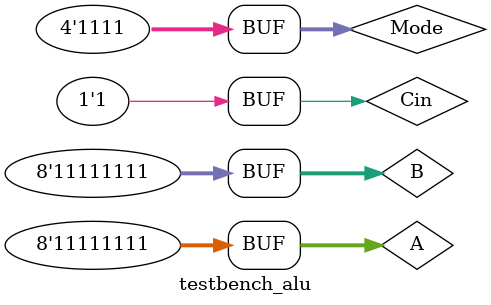
<source format=v>
module alu (
    input [7:0] A,
    input [7:0] B,
    input Cin,
    input [3:0] Mode,
    output reg [7:0] result,
    output reg overflow_flag,
    output reg zero_flag,
    output reg negative_flag,
    output reg carry_flag
);

always@(*) begin
    carry_flag=0;
    overflow_flag=0;
    zero_flag=0;
    negative_flag=0;
    case (Mode)
4'b0000: begin
    {carry_flag,result}=A+B+Cin;
    overflow_flag=(A[7]&B[7]&~result[7])|(~A[7]&~B[7]&result[7]);
end
4'b0001: begin
    {carry_flag,result}=A-B-Cin;
    overflow_flag=(A[7]&~B[7]&~result[7])|(~A[7]&B[7]&result[7]);
end
4'b0010: begin
    {carry_flag,result}=A&B;
end
4'b0011: begin
    {carry_flag,result}=A|B;
end
4'b0100:result =A&B;
4'b0101:result =A|B;
4'b0110:result =A^B;
4'b0111:result =~A;
4'b1000:result =A<<1;
4'b1001:result =A>>1;
4'b1010:result =A<<B;
4'b1011:result =A>>B;
4'b1100:result =~(A&B);
4'b1101:result =~(A|B);
4'b1110:result =~(A^B);
4'b1111:result =A~^B;
default: result =8'b0;
endcase
if (result==0) zero_flag=1;
if (result[7]==1) negative_flag=1;
end
endmodule

module testbench_alu();
reg [7:0]A,B;
reg Cin;
reg [3:0]Mode;
wire [7:0]Result;
wire overflow_flag,zero_flag,negative_flag,carry_flag;
alu c1(A,B,Cin,Mode,Result,overflow_flag,zero_flag,negative_flag,carry_flag);
initial
begin
A=8'b00000000; B=8'b00000000; Cin=0; Mode=4'b0000;
#10 A=8'b00000000; B=8'b00000001; Cin=0; Mode=4'b0000;
#10 A=8'b00000001; B=8'b00000001; Cin=0; Mode=4'b0000;
#10 A=8'b00000001; B=8'b00000001; Cin=1; Mode=4'b0000;
#10 A=8'b11111111; B=8'b11111111; Cin=1; Mode=4'b0000;
#10 A=8'b00000000; B=8'b00000000; Cin=0; Mode=4'b0001;
#10 A=8'b00000000; B=8'b00000001; Cin=0; Mode=4'b0001;
#10 A=8'b00000001; B=8'b00000001; Cin=0; Mode=4'b0001;
#10 A=8'b00000001; B=8'b00000001; Cin=1; Mode=4'b0001;
#10 A=8'b11111111; B=8'b11111111; Cin=1; Mode=4'b0001;
#10 A=8'b00000000; B=8'b00000000; Cin=0; Mode=4'b0010;
#10 A=8'b00000000; B=8'b00000001; Cin=0; Mode=4'b0010;
#10 A=8'b00000001; B=8'b00000001; Cin=0; Mode=4'b0010;
#10 A=8'b00000001; B=8'b00000001; Cin=1; Mode=4'b0010;
#10 A=8'b11111111; B=8'b11111111; Cin=1; Mode=4'b0010;
#10 A=8'b00000000; B=8'b00000000; Cin=0; Mode=4'b0011;
#10 A=8'b00000000; B=8'b00000001; Cin=0; Mode=4'b0011;
#10 A=8'b00000001; B=8'b00000001; Cin=0; Mode=4'b0011;
#10 A=8'b00000001; B=8'b00000001; Cin=1; Mode=4'b0011;
#10 A=8'b11111111; B=8'b11111111; Cin=1; Mode=4'b0011;
#10 A=8'b00000000; B=8'b00000000; Cin=0; Mode=4'b0100;
#10 A=8'b00000000; B=8'b00000001; Cin=0; Mode=4'b0100;
#10 A=8'b00000001; B=8'b00000001; Cin=0; Mode=4'b0100;
#10 A=8'b00000001; B=8'b00000001; Cin=1; Mode=4'b0100;
#10 A=8'b11111111; B=8'b11111111; Cin=1; Mode=4'b0100;
#10 A=8'b00000000; B=8'b00000000; Cin=0; Mode=4'b0101;
#10 A=8'b00000000; B=8'b00000001; Cin=0; Mode=4'b0101;
#10 A=8'b00000001; B=8'b00000001; Cin=0; Mode=4'b0101;
#10 A=8'b00000001; B=8'b00000001; Cin=1; Mode=4'b0101;
#10 A=8'b11111111; B=8'b11111111; Cin=1; Mode=4'b0101;
#10 A=8'b00000000; B=8'b00000000; Cin=0; Mode=4'b0110;
#10 A=8'b00000000; B=8'b00000001; Cin=0; Mode=4'b0110;
#10 A=8'b00000001; B=8'b00000001; Cin=0; Mode=4'b0110;
#10 A=8'b00000001; B=8'b00000001; Cin=1; Mode=4'b0110;
#10 A=8'b11111111; B=8'b11111111; Cin=1; Mode=4'b0110;
#10 A=8'b00000000; B=8'b00000000; Cin=0; Mode=4'b0111;
#10 A=8'b00000000; B=8'b00000001; Cin=0; Mode=4'b0111;
#10 A=8'b00000001; B=8'b00000001; Cin=0; Mode=4'b0111;
#10 A=8'b00000001; B=8'b00000001; Cin=1; Mode=4'b0111;
#10 A=8'b11111111; B=8'b11111111; Cin=1; Mode=4'b0111;
#10 A=8'b00000000; B=8'b00000000; Cin=0; Mode=4'b1000;
#10 A=8'b00000000; B=8'b00000001; Cin=0; Mode=4'b1000;
#10 A=8'b00000001; B=8'b00000001; Cin=0; Mode=4'b1000;
#10 A=8'b00000001; B=8'b00000001; Cin=1; Mode=4'b1000;
#10 A=8'b11111111; B=8'b11111111; Cin=1; Mode=4'b1000;
#10 A=8'b00000000; B=8'b00000000; Cin=0; Mode=4'b1001;
#10 A=8'b00000000; B=8'b00000001; Cin=0; Mode=4'b1001;
#10 A=8'b00000001; B=8'b00000001; Cin=0; Mode=4'b1001;
#10 A=8'b00000001; B=8'b00000001; Cin=1; Mode=4'b1001;
#10 A=8'b11111111; B=8'b11111111; Cin=1; Mode=4'b1001;
#10 A=8'b00000000; B=8'b00000000; Cin=0; Mode=4'b1010;
#10 A=8'b00000000; B=8'b00000001; Cin=0; Mode=4'b1010;
#10 A=8'b00000001; B=8'b00000001; Cin=0; Mode=4'b1010;
#10 A=8'b00000001; B=8'b00000001; Cin=1; Mode=4'b1010;
#10 A=8'b11111111; B=8'b11111111; Cin=1; Mode=4'b1010;
#10 A=8'b00000000; B=8'b00000000; Cin=0; Mode=4'b1011;
#10 A=8'b00000000; B=8'b00000001; Cin=0; Mode=4'b1011;
#10 A=8'b00000001; B=8'b00000001; Cin=0; Mode=4'b1011;
#10 A=8'b00000001; B=8'b00000001; Cin=1; Mode=4'b1011;
#10 A=8'b11111111; B=8'b11111111; Cin=1; Mode=4'b1011;
#10 A=8'b00000000; B=8'b00000000; Cin=0; Mode=4'b1100;
#10 A=8'b00000000; B=8'b00000001; Cin=0; Mode=4'b1100;
#10 A=8'b00000001; B=8'b00000001; Cin=0; Mode=4'b1100;
#10 A=8'b00000001; B=8'b00000001; Cin=1; Mode=4'b1100;
#10 A=8'b11111111; B=8'b11111111; Cin=1; Mode=4'b1100;
#10 A=8'b00000000; B=8'b00000000; Cin=0; Mode=4'b1101;
#10 A=8'b00000000; B=8'b00000001; Cin=0; Mode=4'b1101;
#10 A=8'b00000001; B=8'b00000001; Cin=0; Mode=4'b1101;
#10 A=8'b00000001; B=8'b00000001; Cin=1; Mode=4'b1101;
#10 A=8'b11111111; B=8'b11111111; Cin=1; Mode=4'b1101;
#10 A=8'b00000000; B=8'b00000000; Cin=0; Mode=4'b1110;
#10 A=8'b00000000; B=8'b00000001; Cin=0; Mode=4'b1110;
#10 A=8'b00000001; B=8'b00000001; Cin=0; Mode=4'b1110;
#10 A=8'b00000001; B=8'b00000001; Cin=1; Mode=4'b1110;
#10 A=8'b11111111; B=8'b11111111; Cin=1; Mode=4'b1110;
#10 A=8'b00000000; B=8'b00000000; Cin=0; Mode=4'b1111;
#10 A=8'b00000000; B=8'b00000001; Cin=0; Mode=4'b1111;
#10 A=8'b00000001; B=8'b00000001; Cin=0; Mode=4'b1111;
#10 A=8'b00000001; B=8'b00000001; Cin=1; Mode=4'b1111;
#10 A=8'b11111111; B=8'b11111111; Cin=1; Mode=4'b1111;

end
endmodule
</source>
